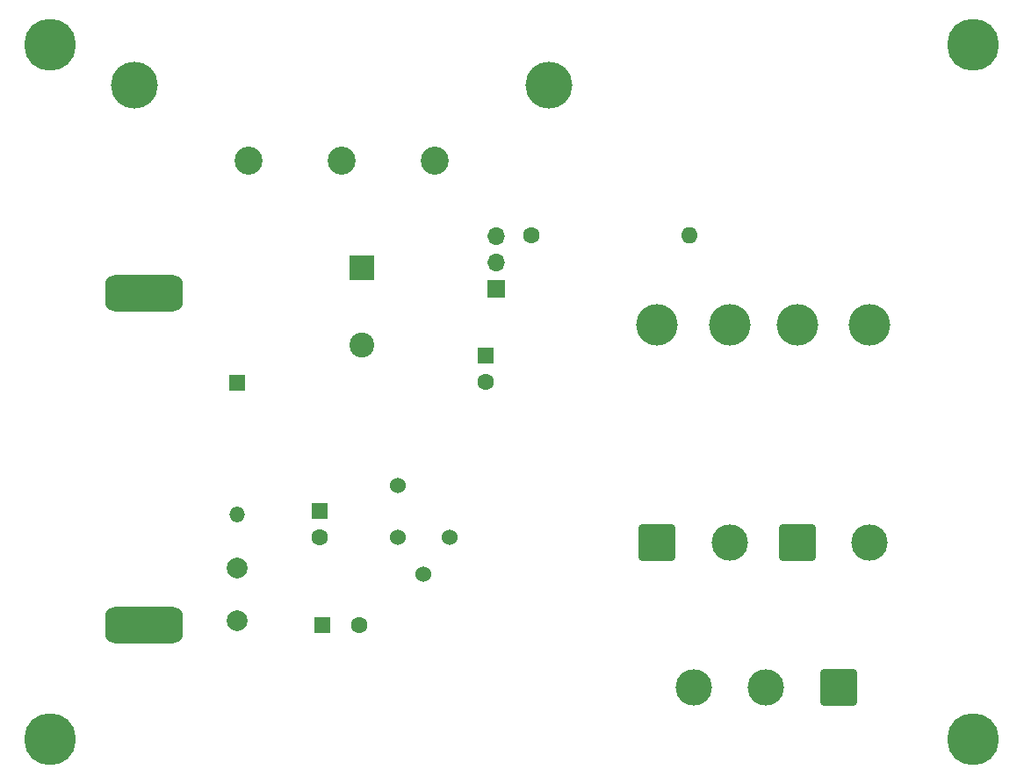
<source format=gbr>
%TF.GenerationSoftware,KiCad,Pcbnew,(6.0.5)*%
%TF.CreationDate,2022-07-24T11:34:55-07:00*%
%TF.ProjectId,BRD_strobelight,4252445f-7374-4726-9f62-656c69676874,rev?*%
%TF.SameCoordinates,Original*%
%TF.FileFunction,Soldermask,Top*%
%TF.FilePolarity,Negative*%
%FSLAX46Y46*%
G04 Gerber Fmt 4.6, Leading zero omitted, Abs format (unit mm)*
G04 Created by KiCad (PCBNEW (6.0.5)) date 2022-07-24 11:34:55*
%MOMM*%
%LPD*%
G01*
G04 APERTURE LIST*
G04 Aperture macros list*
%AMRoundRect*
0 Rectangle with rounded corners*
0 $1 Rounding radius*
0 $2 $3 $4 $5 $6 $7 $8 $9 X,Y pos of 4 corners*
0 Add a 4 corners polygon primitive as box body*
4,1,4,$2,$3,$4,$5,$6,$7,$8,$9,$2,$3,0*
0 Add four circle primitives for the rounded corners*
1,1,$1+$1,$2,$3*
1,1,$1+$1,$4,$5*
1,1,$1+$1,$6,$7*
1,1,$1+$1,$8,$9*
0 Add four rect primitives between the rounded corners*
20,1,$1+$1,$2,$3,$4,$5,0*
20,1,$1+$1,$4,$5,$6,$7,0*
20,1,$1+$1,$6,$7,$8,$9,0*
20,1,$1+$1,$8,$9,$2,$3,0*%
G04 Aperture macros list end*
%ADD10RoundRect,0.250000X-0.550000X-0.550000X0.550000X-0.550000X0.550000X0.550000X-0.550000X0.550000X0*%
%ADD11C,1.600000*%
%ADD12R,2.400000X2.400000*%
%ADD13C,2.400000*%
%ADD14R,1.700000X1.700000*%
%ADD15O,1.700000X1.700000*%
%ADD16C,5.000000*%
%ADD17C,2.900000*%
%ADD18O,1.600000X1.600000*%
%ADD19C,2.000000*%
%ADD20R,1.500000X1.500000*%
%ADD21O,1.500000X1.500000*%
%ADD22C,2.700000*%
%ADD23C,4.516000*%
%ADD24C,1.524000*%
%ADD25RoundRect,0.875000X2.875000X-0.875000X2.875000X0.875000X-2.875000X0.875000X-2.875000X-0.875000X0*%
%ADD26R,1.600000X1.600000*%
%ADD27RoundRect,0.250002X1.499998X1.499998X-1.499998X1.499998X-1.499998X-1.499998X1.499998X-1.499998X0*%
%ADD28C,3.500000*%
%ADD29C,4.000000*%
%ADD30RoundRect,0.250002X-1.499998X-1.499998X1.499998X-1.499998X1.499998X1.499998X-1.499998X1.499998X0*%
G04 APERTURE END LIST*
D10*
%TO.C,DS1*%
X104200000Y-105000000D03*
D11*
X107800000Y-105000000D03*
%TD*%
D12*
%TO.C,C1*%
X108000000Y-70487246D03*
D13*
X108000000Y-77987246D03*
%TD*%
D14*
%TO.C,D2*%
X121000000Y-72525000D03*
D15*
X121000000Y-69985000D03*
X121000000Y-67445000D03*
%TD*%
D16*
%TO.C,H1*%
X78000000Y-49000000D03*
D17*
X78000000Y-49000000D03*
%TD*%
D11*
%TO.C,R2*%
X124380000Y-67380000D03*
D18*
X139620000Y-67380000D03*
%TD*%
D17*
%TO.C,H4*%
X167000000Y-116000000D03*
D16*
X167000000Y-116000000D03*
%TD*%
D19*
%TO.C,F1*%
X96000000Y-99460000D03*
X95990000Y-104540000D03*
%TD*%
D17*
%TO.C,H2*%
X167000000Y-49000000D03*
D16*
X167000000Y-49000000D03*
%TD*%
%TO.C,H3*%
X78000000Y-116000000D03*
D17*
X78000000Y-116000000D03*
%TD*%
D20*
%TO.C,D1*%
X96000000Y-81650000D03*
D21*
X96000000Y-94350000D03*
%TD*%
D22*
%TO.C,P1*%
X97093250Y-60206750D03*
X115093250Y-60206750D03*
X106093250Y-60206750D03*
D23*
X86093250Y-52906750D03*
X126093250Y-52906750D03*
%TD*%
D24*
%TO.C,T1*%
X116500000Y-96550000D03*
X111500000Y-91550000D03*
X111500000Y-96550000D03*
X114000000Y-100050000D03*
%TD*%
D25*
%TO.C,R1*%
X87000000Y-105000000D03*
X87000000Y-73000000D03*
%TD*%
D26*
%TO.C,C2*%
X104000000Y-94000000D03*
D11*
X104000000Y-96500000D03*
%TD*%
D27*
%TO.C,DS2*%
X154000000Y-111000000D03*
D28*
X147000000Y-111000000D03*
X140000000Y-111000000D03*
%TD*%
D26*
%TO.C,C3*%
X120000000Y-79000000D03*
D11*
X120000000Y-81500000D03*
%TD*%
D29*
%TO.C,SW1*%
X136500000Y-76000000D03*
X143500000Y-76000000D03*
D30*
X136500000Y-97000000D03*
D28*
X143500000Y-97000000D03*
%TD*%
D29*
%TO.C,R3*%
X157000000Y-76000000D03*
X150000000Y-76000000D03*
D30*
X150000000Y-97000000D03*
D28*
X157000000Y-97000000D03*
%TD*%
M02*

</source>
